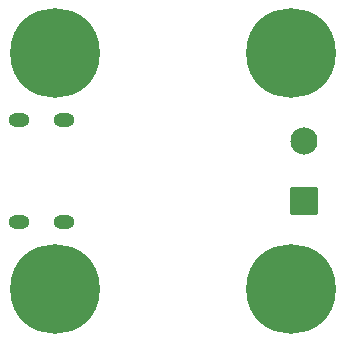
<source format=gbs>
G04 Layer: BottomSolderMaskLayer*
G04 EasyEDA Pro v2.2.37.3, 2025-03-15 19:37:20*
G04 Gerber Generator version 0.3*
G04 Scale: 100 percent, Rotated: No, Reflected: No*
G04 Dimensions in millimeters*
G04 Leading zeros omitted, absolute positions, 4 integers and 5 decimals*
%FSLAX45Y45*%
%MOMM*%
%AMRoundRect*1,1,$1,$2,$3*1,1,$1,$4,$5*1,1,$1,0-$2,0-$3*1,1,$1,0-$4,0-$5*20,1,$1,$2,$3,$4,$5,0*20,1,$1,$4,$5,0-$2,0-$3,0*20,1,$1,0-$2,0-$3,0-$4,0-$5,0*20,1,$1,0-$4,0-$5,$2,$3,0*4,1,4,$2,$3,$4,$5,0-$2,0-$3,0-$4,0-$5,$2,$3,0*%
%ADD10RoundRect,0.0973X-1.10215X-1.10215X-1.10215X1.10215*%
%ADD11C,2.3016*%
%ADD12C,7.602*%
%ADD13O,1.802X1.202*%
G75*


G04 Pad Start*
G54D10*
G01X2610000Y1246000D03*
G54D11*
G01X2610000Y1754000D03*
G54D12*
G01X500000Y500000D03*
G01X2500000Y500000D03*
G01X2500000Y2500000D03*
G01X500000Y2500000D03*
G54D13*
G01X197498Y1068007D03*
G01X197498Y1931988D03*
G01X577507Y1068007D03*
G01X577507Y1931988D03*
G04 Pad End*

M02*


</source>
